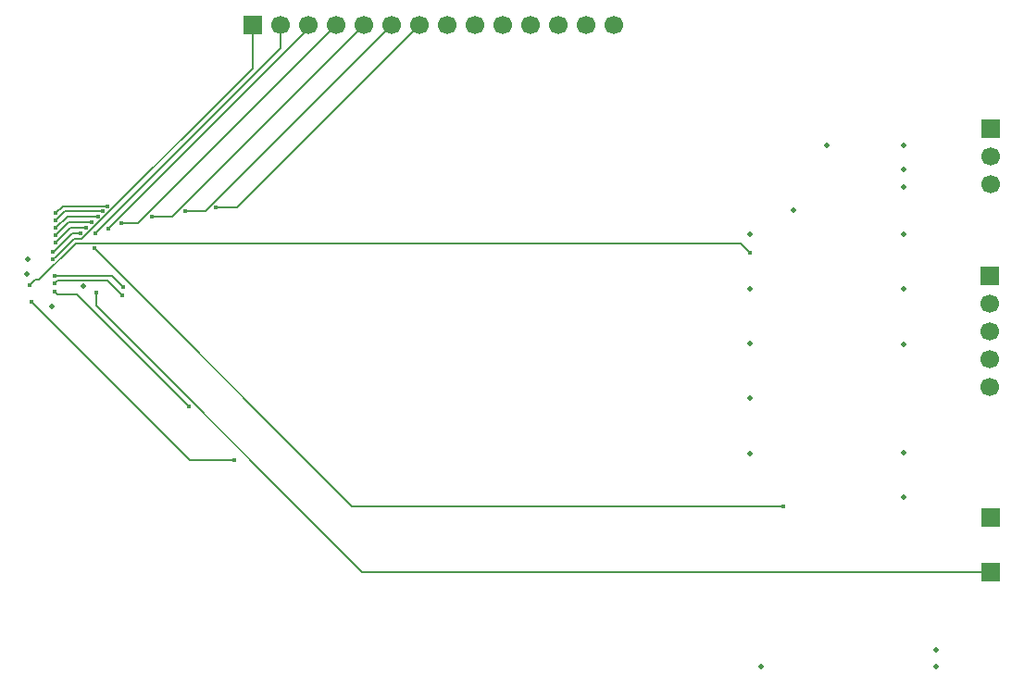
<source format=gbr>
%TF.GenerationSoftware,KiCad,Pcbnew,9.0.2*%
%TF.CreationDate,2025-07-03T12:00:23+02:00*%
%TF.ProjectId,gp-bbq20kbd-breakout-board,67702d62-6271-4323-906b-62642d627265,rev?*%
%TF.SameCoordinates,Original*%
%TF.FileFunction,Copper,L4,Bot*%
%TF.FilePolarity,Positive*%
%FSLAX46Y46*%
G04 Gerber Fmt 4.6, Leading zero omitted, Abs format (unit mm)*
G04 Created by KiCad (PCBNEW 9.0.2) date 2025-07-03 12:00:23*
%MOMM*%
%LPD*%
G01*
G04 APERTURE LIST*
%TA.AperFunction,ComponentPad*%
%ADD10R,1.700000X1.700000*%
%TD*%
%TA.AperFunction,ComponentPad*%
%ADD11C,1.700000*%
%TD*%
%TA.AperFunction,ViaPad*%
%ADD12C,0.500000*%
%TD*%
%TA.AperFunction,ViaPad*%
%ADD13C,0.400000*%
%TD*%
%TA.AperFunction,Conductor*%
%ADD14C,0.200000*%
%TD*%
G04 APERTURE END LIST*
D10*
%TO.P,J5,1,Pin_1*%
%TO.N,/KBD_BKL*%
X188000000Y-97000000D03*
%TD*%
%TO.P,J3,1,Pin_1*%
%TO.N,/TP_SHUTDOWN*%
X187900000Y-74920000D03*
D11*
%TO.P,J3,2,Pin_2*%
%TO.N,/TP_SDA*%
X187900000Y-77460000D03*
%TO.P,J3,3,Pin_3*%
%TO.N,/TP_SCL*%
X187900000Y-80000000D03*
%TO.P,J3,4,Pin_4*%
%TO.N,/TP_MOTION*%
X187900000Y-82540000D03*
%TO.P,J3,5,Pin_5*%
%TO.N,/TP_RESET*%
X187900000Y-85080000D03*
%TD*%
D10*
%TO.P,J1,1,Pin_1*%
%TO.N,+5V*%
X188000000Y-61460000D03*
D11*
%TO.P,J1,2,Pin_2*%
%TO.N,+3V3*%
X188000000Y-64000000D03*
%TO.P,J1,3,Pin_3*%
%TO.N,GND*%
X188000000Y-66540000D03*
%TD*%
D10*
%TO.P,J2,1,Pin_1*%
%TO.N,/KBD_COL0*%
X120490000Y-52000000D03*
D11*
%TO.P,J2,2,Pin_2*%
%TO.N,/KBD_COL1*%
X123030000Y-52000000D03*
%TO.P,J2,3,Pin_3*%
%TO.N,/KBD_COL2*%
X125570000Y-52000000D03*
%TO.P,J2,4,Pin_4*%
%TO.N,/KBD_COL3*%
X128110000Y-52000000D03*
%TO.P,J2,5,Pin_5*%
%TO.N,/KBD_COL4*%
X130650000Y-52000000D03*
%TO.P,J2,6,Pin_6*%
%TO.N,/KBD_COL5*%
X133190000Y-52000000D03*
%TO.P,J2,7,Pin_7*%
%TO.N,/KBD_COL6*%
X135730000Y-52000000D03*
%TO.P,J2,8,Pin_8*%
%TO.N,/KBD_ROW0*%
X138270000Y-52000000D03*
%TO.P,J2,9,Pin_9*%
%TO.N,/KBD_ROW1*%
X140810000Y-52000000D03*
%TO.P,J2,10,Pin_10*%
%TO.N,/KBD_ROW2*%
X143350000Y-52000000D03*
%TO.P,J2,11,Pin_11*%
%TO.N,/KBD_ROW3*%
X145890000Y-52000000D03*
%TO.P,J2,12,Pin_12*%
%TO.N,/KBD_ROW4*%
X148430000Y-52000000D03*
%TO.P,J2,13,Pin_13*%
%TO.N,/KBD_ROW5*%
X150970000Y-52000000D03*
%TO.P,J2,14,Pin_14*%
%TO.N,/KBD_ROW6*%
X153510000Y-52000000D03*
%TD*%
D10*
%TO.P,J4,1,Pin_1*%
%TO.N,/MIC*%
X188000000Y-102000000D03*
%TD*%
D12*
%TO.N,GND*%
X183010000Y-110690000D03*
X180000000Y-95140000D03*
X102120000Y-77730000D03*
X179995000Y-66775000D03*
X180010000Y-62990000D03*
%TO.N,+3V3*%
X180000000Y-76120000D03*
X180000000Y-71120000D03*
X180020000Y-81190000D03*
X180030000Y-91140000D03*
X105010000Y-75820000D03*
X173000000Y-63000000D03*
X180010000Y-65210000D03*
X182990000Y-109140000D03*
%TO.N,+1V8*%
X165990000Y-71130000D03*
X165990000Y-81120000D03*
X170000000Y-68900000D03*
X165990000Y-91180000D03*
X166000000Y-86140000D03*
X166000000Y-76120000D03*
X99910000Y-73430000D03*
%TO.N,+2V8*%
X166960000Y-110670000D03*
X99883412Y-74716588D03*
D13*
%TO.N,/KBD_COL6*%
X107226801Y-68553152D03*
X102480000Y-69206317D03*
X117163199Y-68663199D03*
%TO.N,/KBD_COL2*%
X102480000Y-71891228D03*
X107320000Y-70580000D03*
X105286801Y-70546801D03*
%TO.N,/KBD_COL3*%
X102480000Y-71220000D03*
X105801801Y-70031801D03*
X108458199Y-70078199D03*
%TO.N,/KBD_COL1*%
X104776801Y-71056801D03*
X102270000Y-72760000D03*
X106150000Y-71020000D03*
%TO.N,/KBD_COL4*%
X106350901Y-69482702D03*
X111248199Y-69498199D03*
X102480000Y-70548772D03*
%TO.N,/KBD_COL0*%
X102200000Y-73400000D03*
%TO.N,/KBD_COL5*%
X114350000Y-69030000D03*
X102480000Y-69877545D03*
X106830450Y-69003152D03*
%TO.N,/bbq20kbd_connector/TP_SHUTDOWN_1V8*%
X100100000Y-75790000D03*
X166000000Y-72830000D03*
%TO.N,/bbq20kbd_connector/TP_SCL_1V8*%
X102380301Y-75617106D03*
X108620000Y-76720000D03*
%TO.N,/MIC*%
X106180000Y-76490000D03*
%TO.N,/bbq20kbd_connector/TP_SDA_1V8*%
X108700000Y-75930000D03*
X102380300Y-74910000D03*
%TO.N,/bbq20kbd_connector/TP_MOTION_1V8*%
X114666446Y-86863554D03*
X102420000Y-76330000D03*
%TO.N,/bbq20kbd_connector/TP_RESET_1V8*%
X100260000Y-77270000D03*
X118790000Y-91800000D03*
%TO.N,/bbq20kbd_connector/BKL*%
X169000000Y-95990000D03*
X106020000Y-72430000D03*
%TD*%
D14*
%TO.N,/KBD_COL6*%
X103133165Y-68553152D02*
X107226801Y-68553152D01*
X119066801Y-68663199D02*
X135730000Y-52000000D01*
X117163199Y-68663199D02*
X119066801Y-68663199D01*
X102480000Y-69206317D02*
X103133165Y-68553152D01*
%TO.N,/KBD_COL2*%
X103824427Y-70546801D02*
X105286801Y-70546801D01*
X107320000Y-70580000D02*
X125570000Y-52330000D01*
X125570000Y-52330000D02*
X125570000Y-52000000D01*
X102480000Y-71891228D02*
X103824427Y-70546801D01*
%TO.N,/KBD_COL3*%
X110031801Y-70078199D02*
X128110000Y-52000000D01*
X103668199Y-70031801D02*
X105801801Y-70031801D01*
X108458199Y-70078199D02*
X110031801Y-70078199D01*
X102480000Y-71220000D02*
X103668199Y-70031801D01*
%TO.N,/KBD_COL1*%
X123030000Y-54140000D02*
X123030000Y-52000000D01*
X102282455Y-72760000D02*
X103985654Y-71056801D01*
X106150000Y-71020000D02*
X123030000Y-54140000D01*
X103985654Y-71056801D02*
X104776801Y-71056801D01*
X102270000Y-72760000D02*
X102282455Y-72760000D01*
%TO.N,/KBD_COL4*%
X103546070Y-69482702D02*
X106350901Y-69482702D01*
X102480000Y-70548772D02*
X103546070Y-69482702D01*
X111248199Y-69498199D02*
X113151801Y-69498199D01*
X113151801Y-69498199D02*
X130650000Y-52000000D01*
%TO.N,/KBD_COL0*%
X120490000Y-55980000D02*
X120490000Y-52000000D01*
X104175612Y-71578000D02*
X104892000Y-71578000D01*
X104892000Y-71578000D02*
X120490000Y-55980000D01*
X102519929Y-73233683D02*
X104175612Y-71578000D01*
X102366317Y-73233683D02*
X102519929Y-73233683D01*
X102200000Y-73400000D02*
X102366317Y-73233683D01*
%TO.N,/KBD_COL5*%
X103354393Y-69003152D02*
X106830450Y-69003152D01*
X102480000Y-69877545D02*
X103354393Y-69003152D01*
X116160000Y-69030000D02*
X133190000Y-52000000D01*
X114350000Y-69030000D02*
X116160000Y-69030000D01*
%TO.N,/bbq20kbd_connector/TP_SHUTDOWN_1V8*%
X104321000Y-71929000D02*
X100950000Y-75300000D01*
X165099000Y-71929000D02*
X104321000Y-71929000D01*
X166000000Y-72830000D02*
X165099000Y-71929000D01*
X100590000Y-75300000D02*
X100100000Y-75790000D01*
X100950000Y-75300000D02*
X100590000Y-75300000D01*
%TO.N,/bbq20kbd_connector/TP_SCL_1V8*%
X102678407Y-75319000D02*
X107219000Y-75319000D01*
X107219000Y-75319000D02*
X108620000Y-76720000D01*
X102380301Y-75617106D02*
X102678407Y-75319000D01*
%TO.N,/MIC*%
X106180000Y-76490000D02*
X106180000Y-77670000D01*
X130510000Y-102000000D02*
X188000000Y-102000000D01*
X106180000Y-77670000D02*
X130510000Y-102000000D01*
%TO.N,/bbq20kbd_connector/TP_SDA_1V8*%
X107680000Y-74910000D02*
X108700000Y-75930000D01*
X102380300Y-74910000D02*
X107680000Y-74910000D01*
%TO.N,/bbq20kbd_connector/TP_MOTION_1V8*%
X102420000Y-76330000D02*
X102680000Y-76590000D01*
X102680000Y-76590000D02*
X104392892Y-76590000D01*
X104392892Y-76590000D02*
X114666446Y-86863554D01*
%TO.N,/bbq20kbd_connector/TP_RESET_1V8*%
X100260000Y-77270000D02*
X114790000Y-91800000D01*
X114790000Y-91800000D02*
X118790000Y-91800000D01*
%TO.N,/bbq20kbd_connector/BKL*%
X106020000Y-72430000D02*
X129580000Y-95990000D01*
X129580000Y-95990000D02*
X169000000Y-95990000D01*
%TD*%
M02*

</source>
